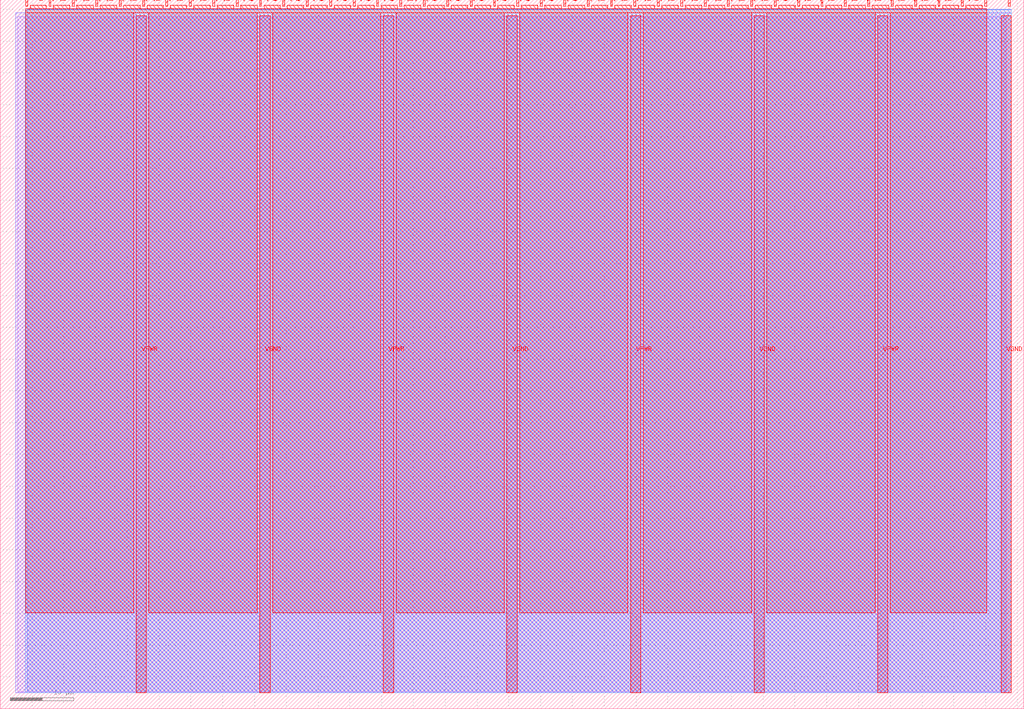
<source format=lef>
VERSION 5.7 ;
  NOWIREEXTENSIONATPIN ON ;
  DIVIDERCHAR "/" ;
  BUSBITCHARS "[]" ;
MACRO tt_um_FanCTRL_DomnikBrandstetter
  CLASS BLOCK ;
  FOREIGN tt_um_FanCTRL_DomnikBrandstetter ;
  ORIGIN 0.000 0.000 ;
  SIZE 161.000 BY 111.520 ;
  PIN VGND
    DIRECTION INOUT ;
    USE GROUND ;
    PORT
      LAYER met4 ;
        RECT 40.830 2.480 42.430 109.040 ;
    END
    PORT
      LAYER met4 ;
        RECT 79.700 2.480 81.300 109.040 ;
    END
    PORT
      LAYER met4 ;
        RECT 118.570 2.480 120.170 109.040 ;
    END
    PORT
      LAYER met4 ;
        RECT 157.440 2.480 159.040 109.040 ;
    END
  END VGND
  PIN VPWR
    DIRECTION INOUT ;
    USE POWER ;
    PORT
      LAYER met4 ;
        RECT 21.395 2.480 22.995 109.040 ;
    END
    PORT
      LAYER met4 ;
        RECT 60.265 2.480 61.865 109.040 ;
    END
    PORT
      LAYER met4 ;
        RECT 99.135 2.480 100.735 109.040 ;
    END
    PORT
      LAYER met4 ;
        RECT 138.005 2.480 139.605 109.040 ;
    END
  END VPWR
  PIN clk
    DIRECTION INPUT ;
    USE SIGNAL ;
    ANTENNAGATEAREA 0.852000 ;
    PORT
      LAYER met4 ;
        RECT 154.870 110.520 155.170 111.520 ;
    END
  END clk
  PIN ena
    DIRECTION INPUT ;
    USE SIGNAL ;
    PORT
      LAYER met4 ;
        RECT 158.550 110.520 158.850 111.520 ;
    END
  END ena
  PIN rst_n
    DIRECTION INPUT ;
    USE SIGNAL ;
    ANTENNAGATEAREA 0.213000 ;
    PORT
      LAYER met4 ;
        RECT 151.190 110.520 151.490 111.520 ;
    END
  END rst_n
  PIN ui_in[0]
    DIRECTION INPUT ;
    USE SIGNAL ;
    ANTENNAGATEAREA 0.126000 ;
    PORT
      LAYER met4 ;
        RECT 147.510 110.520 147.810 111.520 ;
    END
  END ui_in[0]
  PIN ui_in[1]
    DIRECTION INPUT ;
    USE SIGNAL ;
    ANTENNAGATEAREA 0.196500 ;
    PORT
      LAYER met4 ;
        RECT 143.830 110.520 144.130 111.520 ;
    END
  END ui_in[1]
  PIN ui_in[2]
    DIRECTION INPUT ;
    USE SIGNAL ;
    ANTENNAGATEAREA 0.196500 ;
    PORT
      LAYER met4 ;
        RECT 140.150 110.520 140.450 111.520 ;
    END
  END ui_in[2]
  PIN ui_in[3]
    DIRECTION INPUT ;
    USE SIGNAL ;
    ANTENNAGATEAREA 0.196500 ;
    PORT
      LAYER met4 ;
        RECT 136.470 110.520 136.770 111.520 ;
    END
  END ui_in[3]
  PIN ui_in[4]
    DIRECTION INPUT ;
    USE SIGNAL ;
    ANTENNAGATEAREA 0.196500 ;
    PORT
      LAYER met4 ;
        RECT 132.790 110.520 133.090 111.520 ;
    END
  END ui_in[4]
  PIN ui_in[5]
    DIRECTION INPUT ;
    USE SIGNAL ;
    ANTENNAGATEAREA 0.196500 ;
    PORT
      LAYER met4 ;
        RECT 129.110 110.520 129.410 111.520 ;
    END
  END ui_in[5]
  PIN ui_in[6]
    DIRECTION INPUT ;
    USE SIGNAL ;
    ANTENNAGATEAREA 0.196500 ;
    PORT
      LAYER met4 ;
        RECT 125.430 110.520 125.730 111.520 ;
    END
  END ui_in[6]
  PIN ui_in[7]
    DIRECTION INPUT ;
    USE SIGNAL ;
    ANTENNAGATEAREA 0.196500 ;
    PORT
      LAYER met4 ;
        RECT 121.750 110.520 122.050 111.520 ;
    END
  END ui_in[7]
  PIN uio_in[0]
    DIRECTION INPUT ;
    USE SIGNAL ;
    PORT
      LAYER met4 ;
        RECT 118.070 110.520 118.370 111.520 ;
    END
  END uio_in[0]
  PIN uio_in[1]
    DIRECTION INPUT ;
    USE SIGNAL ;
    PORT
      LAYER met4 ;
        RECT 114.390 110.520 114.690 111.520 ;
    END
  END uio_in[1]
  PIN uio_in[2]
    DIRECTION INPUT ;
    USE SIGNAL ;
    PORT
      LAYER met4 ;
        RECT 110.710 110.520 111.010 111.520 ;
    END
  END uio_in[2]
  PIN uio_in[3]
    DIRECTION INPUT ;
    USE SIGNAL ;
    PORT
      LAYER met4 ;
        RECT 107.030 110.520 107.330 111.520 ;
    END
  END uio_in[3]
  PIN uio_in[4]
    DIRECTION INPUT ;
    USE SIGNAL ;
    PORT
      LAYER met4 ;
        RECT 103.350 110.520 103.650 111.520 ;
    END
  END uio_in[4]
  PIN uio_in[5]
    DIRECTION INPUT ;
    USE SIGNAL ;
    PORT
      LAYER met4 ;
        RECT 99.670 110.520 99.970 111.520 ;
    END
  END uio_in[5]
  PIN uio_in[6]
    DIRECTION INPUT ;
    USE SIGNAL ;
    PORT
      LAYER met4 ;
        RECT 95.990 110.520 96.290 111.520 ;
    END
  END uio_in[6]
  PIN uio_in[7]
    DIRECTION INPUT ;
    USE SIGNAL ;
    PORT
      LAYER met4 ;
        RECT 92.310 110.520 92.610 111.520 ;
    END
  END uio_in[7]
  PIN uio_oe[0]
    DIRECTION OUTPUT TRISTATE ;
    USE SIGNAL ;
    PORT
      LAYER met4 ;
        RECT 29.750 110.520 30.050 111.520 ;
    END
  END uio_oe[0]
  PIN uio_oe[1]
    DIRECTION OUTPUT TRISTATE ;
    USE SIGNAL ;
    PORT
      LAYER met4 ;
        RECT 26.070 110.520 26.370 111.520 ;
    END
  END uio_oe[1]
  PIN uio_oe[2]
    DIRECTION OUTPUT TRISTATE ;
    USE SIGNAL ;
    PORT
      LAYER met4 ;
        RECT 22.390 110.520 22.690 111.520 ;
    END
  END uio_oe[2]
  PIN uio_oe[3]
    DIRECTION OUTPUT TRISTATE ;
    USE SIGNAL ;
    PORT
      LAYER met4 ;
        RECT 18.710 110.520 19.010 111.520 ;
    END
  END uio_oe[3]
  PIN uio_oe[4]
    DIRECTION OUTPUT TRISTATE ;
    USE SIGNAL ;
    PORT
      LAYER met4 ;
        RECT 15.030 110.520 15.330 111.520 ;
    END
  END uio_oe[4]
  PIN uio_oe[5]
    DIRECTION OUTPUT TRISTATE ;
    USE SIGNAL ;
    PORT
      LAYER met4 ;
        RECT 11.350 110.520 11.650 111.520 ;
    END
  END uio_oe[5]
  PIN uio_oe[6]
    DIRECTION OUTPUT TRISTATE ;
    USE SIGNAL ;
    PORT
      LAYER met4 ;
        RECT 7.670 110.520 7.970 111.520 ;
    END
  END uio_oe[6]
  PIN uio_oe[7]
    DIRECTION OUTPUT TRISTATE ;
    USE SIGNAL ;
    PORT
      LAYER met4 ;
        RECT 3.990 110.520 4.290 111.520 ;
    END
  END uio_oe[7]
  PIN uio_out[0]
    DIRECTION OUTPUT TRISTATE ;
    USE SIGNAL ;
    ANTENNAGATEAREA 1.368000 ;
    ANTENNADIFFAREA 0.891000 ;
    PORT
      LAYER met4 ;
        RECT 59.190 110.520 59.490 111.520 ;
    END
  END uio_out[0]
  PIN uio_out[1]
    DIRECTION OUTPUT TRISTATE ;
    USE SIGNAL ;
    ANTENNAGATEAREA 1.984500 ;
    ANTENNADIFFAREA 0.891000 ;
    PORT
      LAYER met4 ;
        RECT 55.510 110.520 55.810 111.520 ;
    END
  END uio_out[1]
  PIN uio_out[2]
    DIRECTION OUTPUT TRISTATE ;
    USE SIGNAL ;
    ANTENNAGATEAREA 0.339000 ;
    ANTENNADIFFAREA 0.891000 ;
    PORT
      LAYER met4 ;
        RECT 51.830 110.520 52.130 111.520 ;
    END
  END uio_out[2]
  PIN uio_out[3]
    DIRECTION OUTPUT TRISTATE ;
    USE SIGNAL ;
    ANTENNAGATEAREA 0.747000 ;
    ANTENNADIFFAREA 0.891000 ;
    PORT
      LAYER met4 ;
        RECT 48.150 110.520 48.450 111.520 ;
    END
  END uio_out[3]
  PIN uio_out[4]
    DIRECTION OUTPUT TRISTATE ;
    USE SIGNAL ;
    ANTENNAGATEAREA 1.863000 ;
    ANTENNADIFFAREA 0.891000 ;
    PORT
      LAYER met4 ;
        RECT 44.470 110.520 44.770 111.520 ;
    END
  END uio_out[4]
  PIN uio_out[5]
    DIRECTION OUTPUT TRISTATE ;
    USE SIGNAL ;
    PORT
      LAYER met4 ;
        RECT 40.790 110.520 41.090 111.520 ;
    END
  END uio_out[5]
  PIN uio_out[6]
    DIRECTION OUTPUT TRISTATE ;
    USE SIGNAL ;
    PORT
      LAYER met4 ;
        RECT 37.110 110.520 37.410 111.520 ;
    END
  END uio_out[6]
  PIN uio_out[7]
    DIRECTION OUTPUT TRISTATE ;
    USE SIGNAL ;
    PORT
      LAYER met4 ;
        RECT 33.430 110.520 33.730 111.520 ;
    END
  END uio_out[7]
  PIN uo_out[0]
    DIRECTION OUTPUT TRISTATE ;
    USE SIGNAL ;
    ANTENNADIFFAREA 0.891000 ;
    PORT
      LAYER met4 ;
        RECT 88.630 110.520 88.930 111.520 ;
    END
  END uo_out[0]
  PIN uo_out[1]
    DIRECTION OUTPUT TRISTATE ;
    USE SIGNAL ;
    ANTENNADIFFAREA 0.891000 ;
    PORT
      LAYER met4 ;
        RECT 84.950 110.520 85.250 111.520 ;
    END
  END uo_out[1]
  PIN uo_out[2]
    DIRECTION OUTPUT TRISTATE ;
    USE SIGNAL ;
    ANTENNADIFFAREA 1.288000 ;
    PORT
      LAYER met4 ;
        RECT 81.270 110.520 81.570 111.520 ;
    END
  END uo_out[2]
  PIN uo_out[3]
    DIRECTION OUTPUT TRISTATE ;
    USE SIGNAL ;
    ANTENNADIFFAREA 0.891000 ;
    PORT
      LAYER met4 ;
        RECT 77.590 110.520 77.890 111.520 ;
    END
  END uo_out[3]
  PIN uo_out[4]
    DIRECTION OUTPUT TRISTATE ;
    USE SIGNAL ;
    ANTENNADIFFAREA 1.431000 ;
    PORT
      LAYER met4 ;
        RECT 73.910 110.520 74.210 111.520 ;
    END
  END uo_out[4]
  PIN uo_out[5]
    DIRECTION OUTPUT TRISTATE ;
    USE SIGNAL ;
    ANTENNADIFFAREA 0.891000 ;
    PORT
      LAYER met4 ;
        RECT 70.230 110.520 70.530 111.520 ;
    END
  END uo_out[5]
  PIN uo_out[6]
    DIRECTION OUTPUT TRISTATE ;
    USE SIGNAL ;
    ANTENNADIFFAREA 0.445500 ;
    PORT
      LAYER met4 ;
        RECT 66.550 110.520 66.850 111.520 ;
    END
  END uo_out[6]
  PIN uo_out[7]
    DIRECTION OUTPUT TRISTATE ;
    USE SIGNAL ;
    ANTENNADIFFAREA 0.795200 ;
    PORT
      LAYER met4 ;
        RECT 62.870 110.520 63.170 111.520 ;
    END
  END uo_out[7]
  OBS
      LAYER li1 ;
        RECT 2.760 2.635 158.240 108.885 ;
      LAYER met1 ;
        RECT 2.460 2.480 159.040 109.440 ;
      LAYER met2 ;
        RECT 4.230 2.535 159.010 110.005 ;
      LAYER met3 ;
        RECT 3.950 2.555 159.030 109.985 ;
      LAYER met4 ;
        RECT 4.690 110.120 7.270 110.650 ;
        RECT 8.370 110.120 10.950 110.650 ;
        RECT 12.050 110.120 14.630 110.650 ;
        RECT 15.730 110.120 18.310 110.650 ;
        RECT 19.410 110.120 21.990 110.650 ;
        RECT 23.090 110.120 25.670 110.650 ;
        RECT 26.770 110.120 29.350 110.650 ;
        RECT 30.450 110.120 33.030 110.650 ;
        RECT 34.130 110.120 36.710 110.650 ;
        RECT 37.810 110.120 40.390 110.650 ;
        RECT 41.490 110.120 44.070 110.650 ;
        RECT 45.170 110.120 47.750 110.650 ;
        RECT 48.850 110.120 51.430 110.650 ;
        RECT 52.530 110.120 55.110 110.650 ;
        RECT 56.210 110.120 58.790 110.650 ;
        RECT 59.890 110.120 62.470 110.650 ;
        RECT 63.570 110.120 66.150 110.650 ;
        RECT 67.250 110.120 69.830 110.650 ;
        RECT 70.930 110.120 73.510 110.650 ;
        RECT 74.610 110.120 77.190 110.650 ;
        RECT 78.290 110.120 80.870 110.650 ;
        RECT 81.970 110.120 84.550 110.650 ;
        RECT 85.650 110.120 88.230 110.650 ;
        RECT 89.330 110.120 91.910 110.650 ;
        RECT 93.010 110.120 95.590 110.650 ;
        RECT 96.690 110.120 99.270 110.650 ;
        RECT 100.370 110.120 102.950 110.650 ;
        RECT 104.050 110.120 106.630 110.650 ;
        RECT 107.730 110.120 110.310 110.650 ;
        RECT 111.410 110.120 113.990 110.650 ;
        RECT 115.090 110.120 117.670 110.650 ;
        RECT 118.770 110.120 121.350 110.650 ;
        RECT 122.450 110.120 125.030 110.650 ;
        RECT 126.130 110.120 128.710 110.650 ;
        RECT 129.810 110.120 132.390 110.650 ;
        RECT 133.490 110.120 136.070 110.650 ;
        RECT 137.170 110.120 139.750 110.650 ;
        RECT 140.850 110.120 143.430 110.650 ;
        RECT 144.530 110.120 147.110 110.650 ;
        RECT 148.210 110.120 150.790 110.650 ;
        RECT 151.890 110.120 154.470 110.650 ;
        RECT 3.975 109.440 155.185 110.120 ;
        RECT 3.975 15.135 20.995 109.440 ;
        RECT 23.395 15.135 40.430 109.440 ;
        RECT 42.830 15.135 59.865 109.440 ;
        RECT 62.265 15.135 79.300 109.440 ;
        RECT 81.700 15.135 98.735 109.440 ;
        RECT 101.135 15.135 118.170 109.440 ;
        RECT 120.570 15.135 137.605 109.440 ;
        RECT 140.005 15.135 155.185 109.440 ;
  END
END tt_um_FanCTRL_DomnikBrandstetter
END LIBRARY


</source>
